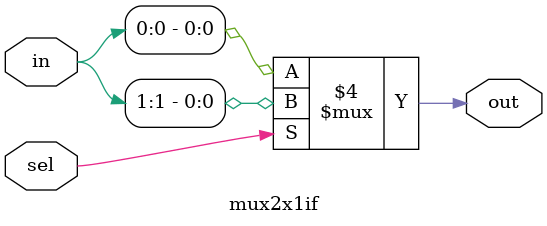
<source format=sv>
module mux2x1if(in,out,sel);
    input [1:0]in;
    input sel;
    output reg out;
    always@(sel or in)
    begin
        if(sel == 1'b0)
            out = in[0];
        else
            out = in[1];
    end
endmodule

</source>
